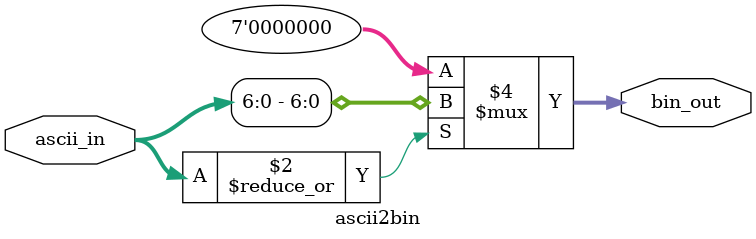
<source format=sv>
module ascii2bin (
    input  wire [7:0] ascii_in,
    output reg  [6:0] bin_out
);
    always @(*) begin
        if (|ascii_in) begin
            bin_out = ascii_in[6:0];
        end else begin
            bin_out = 7'b0;
        end
    end
endmodule
</source>
